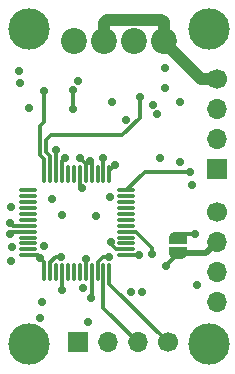
<source format=gbl>
G04 #@! TF.GenerationSoftware,KiCad,Pcbnew,7.0.7*
G04 #@! TF.CreationDate,2023-10-16T22:19:58-07:00*
G04 #@! TF.ProjectId,DeploymentBoardV2.0,4465706c-6f79-46d6-956e-74426f617264,rev?*
G04 #@! TF.SameCoordinates,Original*
G04 #@! TF.FileFunction,Copper,L4,Bot*
G04 #@! TF.FilePolarity,Positive*
%FSLAX46Y46*%
G04 Gerber Fmt 4.6, Leading zero omitted, Abs format (unit mm)*
G04 Created by KiCad (PCBNEW 7.0.7) date 2023-10-16 22:19:58*
%MOMM*%
%LPD*%
G01*
G04 APERTURE LIST*
G04 Aperture macros list*
%AMRoundRect*
0 Rectangle with rounded corners*
0 $1 Rounding radius*
0 $2 $3 $4 $5 $6 $7 $8 $9 X,Y pos of 4 corners*
0 Add a 4 corners polygon primitive as box body*
4,1,4,$2,$3,$4,$5,$6,$7,$8,$9,$2,$3,0*
0 Add four circle primitives for the rounded corners*
1,1,$1+$1,$2,$3*
1,1,$1+$1,$4,$5*
1,1,$1+$1,$6,$7*
1,1,$1+$1,$8,$9*
0 Add four rect primitives between the rounded corners*
20,1,$1+$1,$2,$3,$4,$5,0*
20,1,$1+$1,$4,$5,$6,$7,0*
20,1,$1+$1,$6,$7,$8,$9,0*
20,1,$1+$1,$8,$9,$2,$3,0*%
%AMFreePoly0*
4,1,19,0.500000,-0.750000,0.000000,-0.750000,0.000000,-0.744911,-0.071157,-0.744911,-0.207708,-0.704816,-0.327430,-0.627875,-0.420627,-0.520320,-0.479746,-0.390866,-0.500000,-0.250000,-0.500000,0.250000,-0.479746,0.390866,-0.420627,0.520320,-0.327430,0.627875,-0.207708,0.704816,-0.071157,0.744911,0.000000,0.744911,0.000000,0.750000,0.500000,0.750000,0.500000,-0.750000,0.500000,-0.750000,
$1*%
%AMFreePoly1*
4,1,19,0.000000,0.744911,0.071157,0.744911,0.207708,0.704816,0.327430,0.627875,0.420627,0.520320,0.479746,0.390866,0.500000,0.250000,0.500000,-0.250000,0.479746,-0.390866,0.420627,-0.520320,0.327430,-0.627875,0.207708,-0.704816,0.071157,-0.744911,0.000000,-0.744911,0.000000,-0.750000,-0.500000,-0.750000,-0.500000,0.750000,0.000000,0.750000,0.000000,0.744911,0.000000,0.744911,
$1*%
G04 Aperture macros list end*
G04 #@! TA.AperFunction,ComponentPad*
%ADD10C,3.500000*%
G04 #@! TD*
G04 #@! TA.AperFunction,ComponentPad*
%ADD11C,1.700000*%
G04 #@! TD*
G04 #@! TA.AperFunction,ComponentPad*
%ADD12O,1.700000X1.700000*%
G04 #@! TD*
G04 #@! TA.AperFunction,ComponentPad*
%ADD13R,1.700000X1.700000*%
G04 #@! TD*
G04 #@! TA.AperFunction,ComponentPad*
%ADD14C,2.200000*%
G04 #@! TD*
G04 #@! TA.AperFunction,SMDPad,CuDef*
%ADD15RoundRect,0.075000X-0.662500X-0.075000X0.662500X-0.075000X0.662500X0.075000X-0.662500X0.075000X0*%
G04 #@! TD*
G04 #@! TA.AperFunction,SMDPad,CuDef*
%ADD16RoundRect,0.075000X-0.075000X-0.662500X0.075000X-0.662500X0.075000X0.662500X-0.075000X0.662500X0*%
G04 #@! TD*
G04 #@! TA.AperFunction,SMDPad,CuDef*
%ADD17FreePoly0,90.000000*%
G04 #@! TD*
G04 #@! TA.AperFunction,SMDPad,CuDef*
%ADD18FreePoly1,90.000000*%
G04 #@! TD*
G04 #@! TA.AperFunction,ViaPad*
%ADD19C,0.700000*%
G04 #@! TD*
G04 #@! TA.AperFunction,Conductor*
%ADD20C,0.300000*%
G04 #@! TD*
G04 #@! TA.AperFunction,Conductor*
%ADD21C,1.000000*%
G04 #@! TD*
G04 #@! TA.AperFunction,Conductor*
%ADD22C,0.500000*%
G04 #@! TD*
G04 APERTURE END LIST*
D10*
X43180000Y-54610000D03*
X27940000Y-54610000D03*
X27940000Y-27940000D03*
X43180000Y-27940000D03*
D11*
X43815000Y-32156400D03*
D12*
X43815000Y-34696400D03*
X43815000Y-37236400D03*
D13*
X43815000Y-39776400D03*
D11*
X43815000Y-43434000D03*
D12*
X43815000Y-45974000D03*
X43815000Y-48514000D03*
X43815000Y-51054000D03*
D11*
X39700200Y-54432200D03*
D12*
X37160200Y-54432200D03*
X34620200Y-54432200D03*
D13*
X32080200Y-54432200D03*
D14*
X31750000Y-28930000D03*
X34290000Y-28930000D03*
X36830000Y-28930000D03*
X39370000Y-28930000D03*
D15*
X27827500Y-47062500D03*
X27827500Y-46562500D03*
X27827500Y-46062500D03*
X27827500Y-45562500D03*
X27827500Y-45062500D03*
X27827500Y-44562500D03*
X27827500Y-44062500D03*
X27827500Y-43562500D03*
X27827500Y-43062500D03*
X27827500Y-42562500D03*
X27827500Y-42062500D03*
X27827500Y-41562500D03*
D16*
X29240000Y-40150000D03*
X29740000Y-40150000D03*
X30240000Y-40150000D03*
X30740000Y-40150000D03*
X31240000Y-40150000D03*
X31740000Y-40150000D03*
X32240000Y-40150000D03*
X32740000Y-40150000D03*
X33240000Y-40150000D03*
X33740000Y-40150000D03*
X34240000Y-40150000D03*
X34740000Y-40150000D03*
D15*
X36152500Y-41562500D03*
X36152500Y-42062500D03*
X36152500Y-42562500D03*
X36152500Y-43062500D03*
X36152500Y-43562500D03*
X36152500Y-44062500D03*
X36152500Y-44562500D03*
X36152500Y-45062500D03*
X36152500Y-45562500D03*
X36152500Y-46062500D03*
X36152500Y-46562500D03*
X36152500Y-47062500D03*
D16*
X34740000Y-48475000D03*
X34240000Y-48475000D03*
X33740000Y-48475000D03*
X33240000Y-48475000D03*
X32740000Y-48475000D03*
X32240000Y-48475000D03*
X31740000Y-48475000D03*
X31240000Y-48475000D03*
X30740000Y-48475000D03*
X30240000Y-48475000D03*
X29740000Y-48475000D03*
X29240000Y-48475000D03*
D17*
X40554600Y-46892400D03*
D18*
X40554600Y-45592400D03*
D19*
X26308208Y-45238531D03*
X39039800Y-38856800D03*
X34800000Y-42152500D03*
X40716200Y-39192200D03*
X30623736Y-47189364D03*
X35000000Y-34110000D03*
X39430000Y-32870000D03*
X40749800Y-34046800D03*
X41732200Y-41097200D03*
X29895800Y-42265600D03*
X27150000Y-32460000D03*
X36170000Y-35580000D03*
X26490000Y-46390000D03*
X33578800Y-43713400D03*
X42164000Y-49555400D03*
X27970000Y-34635600D03*
X34213800Y-38836600D03*
X32970000Y-52690000D03*
X32110000Y-32290000D03*
X34869505Y-45916884D03*
X26450000Y-47580000D03*
X30750000Y-43690000D03*
X26410000Y-42980000D03*
X29244850Y-46292980D03*
X27101800Y-31430000D03*
X37490400Y-50190400D03*
X32418223Y-41405821D03*
X39480000Y-31230000D03*
X36601400Y-50190400D03*
X32537400Y-49860200D03*
X26350000Y-44340000D03*
X38475000Y-34359800D03*
X35255200Y-39446200D03*
X29050000Y-51020000D03*
X28843800Y-52374800D03*
X37266172Y-47069293D03*
X38805200Y-35071000D03*
X32290000Y-38863000D03*
X28905200Y-47294800D03*
X33145000Y-39039800D03*
X34671000Y-47188000D03*
X33197800Y-50647600D03*
X39508502Y-47980600D03*
X38379400Y-46990000D03*
X32739551Y-47354507D03*
X31700000Y-34709500D03*
X31705461Y-33093401D03*
X30700000Y-49987200D03*
X41960800Y-45262800D03*
X41555500Y-39977443D03*
X30240000Y-38130000D03*
X30997835Y-38854746D03*
X29240000Y-33190000D03*
X37340000Y-33670000D03*
D20*
X26484239Y-45062500D02*
X27827500Y-45062500D01*
X26308208Y-45238531D02*
X26484239Y-45062500D01*
X29159200Y-46378630D02*
X29159200Y-46431200D01*
X34869505Y-46118046D02*
X34869505Y-45916884D01*
X30623736Y-47189364D02*
X30187095Y-47189364D01*
X30187095Y-47189364D02*
X29740000Y-47636459D01*
X34240000Y-38862800D02*
X34240000Y-40150000D01*
X29244850Y-46292980D02*
X29159200Y-46378630D01*
X32240000Y-40150000D02*
X32240000Y-41227598D01*
X35313959Y-46562500D02*
X34869505Y-46118046D01*
X32240000Y-41227598D02*
X32418223Y-41405821D01*
X34213800Y-38836600D02*
X34240000Y-38862800D01*
X36152500Y-46562500D02*
X35313959Y-46562500D01*
X29740000Y-47636459D02*
X29740000Y-48475000D01*
X27827500Y-44562500D02*
X26572500Y-44562500D01*
X26572500Y-44562500D02*
X26350000Y-44340000D01*
X34740000Y-39961400D02*
X35255200Y-39446200D01*
X32740000Y-40150000D02*
X32740000Y-39311459D01*
X34740000Y-40150000D02*
X34740000Y-39961400D01*
X27827500Y-47062500D02*
X28672900Y-47062500D01*
X36152500Y-47062500D02*
X37259379Y-47062500D01*
X32740000Y-39311459D02*
X32291541Y-38863000D01*
X33145000Y-39039800D02*
X33240000Y-39134800D01*
X33240000Y-39134800D02*
X33240000Y-40150000D01*
X28905200Y-47294800D02*
X29240000Y-47629600D01*
X29240000Y-47629600D02*
X29240000Y-48475000D01*
X28672900Y-47062500D02*
X28905200Y-47294800D01*
X37259379Y-47062500D02*
X37266172Y-47069293D01*
X32291541Y-38863000D02*
X32290000Y-38863000D01*
D21*
X39370000Y-28930000D02*
X39370000Y-29032200D01*
X42494200Y-32156400D02*
X43815000Y-32156400D01*
X39370000Y-27350000D02*
X39370000Y-28930000D01*
X39370000Y-29032200D02*
X42494200Y-32156400D01*
X39150000Y-27130000D02*
X39370000Y-27350000D01*
X34290000Y-27374366D02*
X34534366Y-27130000D01*
X34534366Y-27130000D02*
X39150000Y-27130000D01*
X34290000Y-28930000D02*
X34290000Y-27374366D01*
D20*
X34671000Y-47188000D02*
X34188459Y-47188000D01*
X34188459Y-47188000D02*
X33740000Y-47636459D01*
X33740000Y-47636459D02*
X33740000Y-48475000D01*
X33240000Y-50605400D02*
X33197800Y-50647600D01*
X33240000Y-48475000D02*
X33240000Y-50605400D01*
D22*
X42896600Y-46892400D02*
X43815000Y-45974000D01*
X40554600Y-46892400D02*
X42896600Y-46892400D01*
D20*
X39508502Y-47938498D02*
X40554600Y-46892400D01*
X39508502Y-47980600D02*
X39508502Y-47938498D01*
X36152500Y-45062500D02*
X36991041Y-45062500D01*
X36991041Y-45062500D02*
X38379400Y-46450859D01*
X38379400Y-46450859D02*
X38379400Y-46990000D01*
X34740000Y-49472000D02*
X39700200Y-54432200D01*
X34740000Y-48475000D02*
X34740000Y-49472000D01*
X34240000Y-51512000D02*
X37160200Y-54432200D01*
X34240000Y-48475000D02*
X34240000Y-51512000D01*
X32740000Y-47354956D02*
X32739551Y-47354507D01*
X32740000Y-48475000D02*
X32740000Y-47354956D01*
X31705461Y-33093401D02*
X31705461Y-34704039D01*
X31705461Y-34704039D02*
X31700000Y-34709500D01*
X30700000Y-49987200D02*
X30740000Y-49947200D01*
X30740000Y-49947200D02*
X30740000Y-48475000D01*
X40884200Y-45262800D02*
X40554600Y-45592400D01*
X41960800Y-45262800D02*
X40884200Y-45262800D01*
X37737557Y-39977443D02*
X36152500Y-41562500D01*
X41555500Y-39977443D02*
X37737557Y-39977443D01*
X30240000Y-38130000D02*
X30240000Y-40150000D01*
X30740000Y-39112581D02*
X30997835Y-38854746D01*
X30740000Y-40150000D02*
X30740000Y-39112581D01*
X28900000Y-36109950D02*
X28900000Y-38590000D01*
X29240000Y-38930000D02*
X29240000Y-40150000D01*
X29240000Y-33190000D02*
X29240000Y-35769950D01*
X28900000Y-38590000D02*
X29240000Y-38930000D01*
X29240000Y-35769950D02*
X28900000Y-36109950D01*
X29740000Y-38619950D02*
X29740000Y-40150000D01*
X37340000Y-33670000D02*
X37340000Y-35399950D01*
X37340000Y-35399950D02*
X35839950Y-36900000D01*
X29400000Y-38279950D02*
X29740000Y-38619950D01*
X35839950Y-36900000D02*
X29830000Y-36900000D01*
X29400000Y-37330000D02*
X29400000Y-38279950D01*
X29830000Y-36900000D02*
X29400000Y-37330000D01*
M02*

</source>
